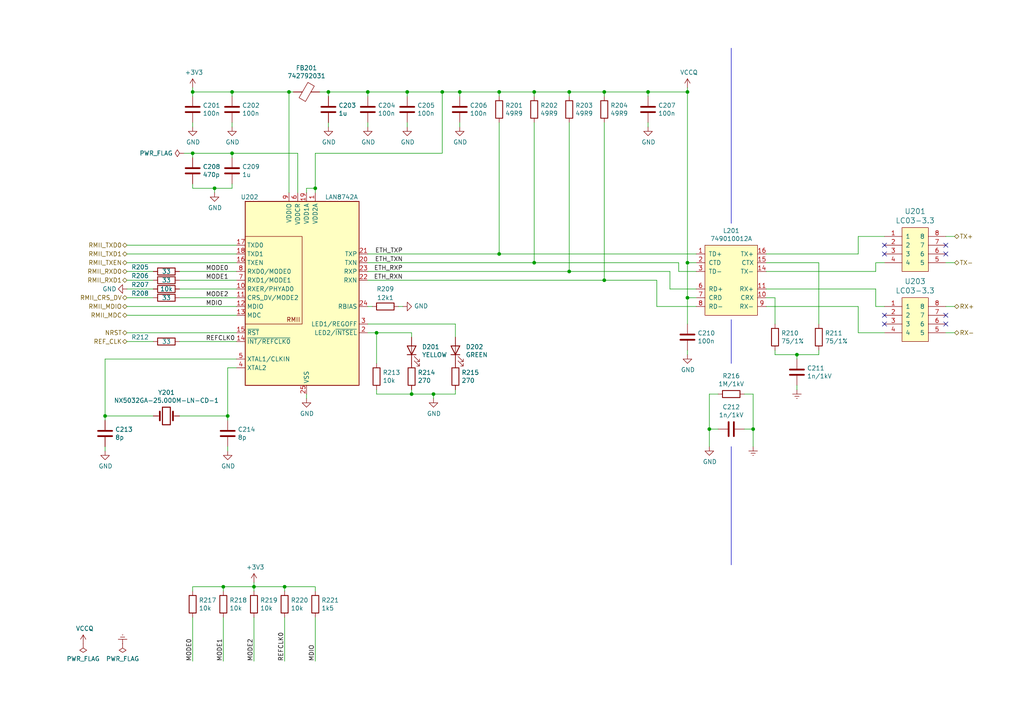
<source format=kicad_sch>
(kicad_sch (version 20231120) (generator "eeschema") (generator_version "8.0")
  (paper "A4")
  (title_block (title "Ethernet") (date "2020-03-07") (rev "1.0"))
  (lib_symbols
    (symbol "Device:C" (pin_numbers hide) (pin_names (offset 0.254))
      (property "Reference" "C" (at 0.635 2.54 0))
      (property "Value" "C" (at 0.635 -2.54 0))
      (symbol "C_0_1"
        (polyline (pts (xy -2.032 -0.762) (xy 2.032 -0.762)) (stroke (width 0.508)))
        (polyline (pts (xy -2.032 0.762) (xy 2.032 0.762)) (stroke (width 0.508)))
      )
      (symbol "C_1_1"
        (pin passive line (at 0 3.81 270) (length 2.794) (name "~") (number "1"))
        (pin passive line (at 0 -3.81 90) (length 2.794) (name "~") (number "2"))
      )
    )
    (symbol "Device:Crystal" (pin_numbers hide) (pin_names (offset 1.016) hide)
      (property "Reference" "Y" (at 0 3.81 0))
      (property "Value" "Crystal" (at 0 -3.81 0))
      (symbol "Crystal_0_1"
        (rectangle (start -1.143 2.54) (end 1.143 -2.54) (stroke (width 0.3048)))
        (polyline (pts (xy -2.54 0) (xy -1.905 0)))
        (polyline (pts (xy -1.905 -1.27) (xy -1.905 1.27)) (stroke (width 0.508)))
        (polyline (pts (xy 1.905 -1.27) (xy 1.905 1.27)) (stroke (width 0.508)))
        (polyline (pts (xy 2.54 0) (xy 1.905 0)))
      )
      (symbol "Crystal_1_1"
        (pin passive line (at -3.81 0 0) (length 1.27) (name "1") (number "1"))
        (pin passive line (at 3.81 0 180) (length 1.27) (name "2") (number "2"))
      )
    )
    (symbol "Device:Ferrite_Bead" (pin_numbers hide) (pin_names (offset 0))
      (property "Reference" "FB" (at -3.81 0.635 90))
      (property "Value" "Device_Ferrite_Bead" (at 3.81 0 90))
      (symbol "Ferrite_Bead_0_1"
        (polyline (pts (xy 0 -1.27) (xy 0 -1.2192)))
        (polyline (pts (xy 0 1.27) (xy 0 1.2954)))
        (polyline (pts (xy -2.7686 0.4064) (xy -1.7018 2.2606) (xy 2.7686 -0.3048) (xy 1.6764 -2.159) (xy -2.7686 0.4064)))
      )
      (symbol "Ferrite_Bead_1_1"
        (pin passive line (at 0 3.81 270) (length 2.54) (name "~") (number "1"))
        (pin passive line (at 0 -3.81 90) (length 2.54) (name "~") (number "2"))
      )
    )
    (symbol "Device:LED" (pin_numbers hide) (pin_names (offset 1.016) hide)
      (property "Reference" "D" (at 0 2.54 0))
      (property "Value" "LED" (at 0 -2.54 0))
      (symbol "LED_0_1"
        (polyline (pts (xy -1.27 -1.27) (xy -1.27 1.27)) (stroke (width 0.254)))
        (polyline (pts (xy -1.27 0) (xy 1.27 0)))
        (polyline (pts (xy 1.27 -1.27) (xy 1.27 1.27) (xy -1.27 0) (xy 1.27 -1.27)) (stroke (width 0.254)))
        (polyline (pts (xy -3.048 -0.762) (xy -4.572 -2.286) (xy -3.81 -2.286) (xy -4.572 -2.286) (xy -4.572 -1.524)))
        (polyline (pts (xy -1.778 -0.762) (xy -3.302 -2.286) (xy -2.54 -2.286) (xy -3.302 -2.286) (xy -3.302 -1.524)))
      )
      (symbol "LED_1_1"
        (pin passive line (at -3.81 0 0) (length 2.54) (name "K") (number "1"))
        (pin passive line (at 3.81 0 180) (length 2.54) (name "A") (number "2"))
      )
    )
    (symbol "Device:R" (pin_numbers hide) (pin_names (offset 0))
      (property "Reference" "R" (at 2.032 0 90))
      (property "Value" "R" (at 0 0 90))
      (symbol "R_0_1"
        (rectangle (start -1.016 -2.54) (end 1.016 2.54) (stroke (width 0.254)))
      )
      (symbol "R_1_1"
        (pin passive line (at 0 3.81 270) (length 1.27) (name "~") (number "1"))
        (pin passive line (at 0 -3.81 90) (length 1.27) (name "~") (number "2"))
      )
    )
    (symbol "ETH1CLCR2:749010012A" (pin_names (offset 1.016))
      (property "Reference" "L" (at 0 13.97 0))
      (property "Value" "749010012A" (at 0 11.43 0))
      (symbol "749010012A_0_1"
        (rectangle (start -7.62 10.16) (end 7.62 -10.16) (fill (type background)))
      )
      (symbol "749010012A_1_1"
        (pin bidirectional line (at -10.16 7.62 0) (length 2.54) (name "TD+") (number "1"))
        (pin bidirectional line (at 10.16 -5.08 180) (length 2.54) (name "CRX") (number "10"))
        (pin bidirectional line (at 10.16 -2.54 180) (length 2.54) (name "RX+") (number "11"))
        (pin bidirectional line (at 10.16 2.54 180) (length 2.54) (name "TX-") (number "14"))
        (pin bidirectional line (at 10.16 5.08 180) (length 2.54) (name "CTX") (number "15"))
        (pin bidirectional line (at 10.16 7.62 180) (length 2.54) (name "TX+") (number "16"))
        (pin passive line (at -10.16 5.08 0) (length 2.54) (name "CTD") (number "2"))
        (pin bidirectional line (at -10.16 2.54 0) (length 2.54) (name "TD-") (number "3"))
        (pin bidirectional line (at -10.16 -2.54 0) (length 2.54) (name "RD+") (number "6"))
        (pin passive line (at -10.16 -5.08 0) (length 2.54) (name "CRD") (number "7"))
        (pin bidirectional line (at -10.16 -7.62 0) (length 2.54) (name "RD-") (number "8"))
        (pin bidirectional line (at 10.16 -7.62 180) (length 2.54) (name "RX-") (number "9"))
      )
    )
    (symbol "ETH1CLCR2:LAN8742"
      (property "Reference" "U" (at -13.97 29.21 0))
      (property "Value" "LAN8742" (at 15.24 29.21 0))
      (symbol "LAN8742_0_0"
        (text "RMII" (at -3.81 -6.35 0) (effects (font (size 1.27 1.27))))
      )
      (symbol "LAN8742_0_1"
        (rectangle (start -17.78 17.78) (end -1.27 -7.62))
        (rectangle (start -17.78 27.94) (end 15.24 -25.4) (stroke (width 0.254)) (fill (type background)))
      )
      (symbol "LAN8742_1_1"
        (pin power_in line (at 2.54 30.48 270) (length 2.54) (name "VDD2A") (number "1"))
        (pin output line (at -20.32 2.54 0) (length 2.54) (name "RXER/PHYAD0") (number "10"))
        (pin output line (at -20.32 0 0) (length 2.54) (name "CRS_DV/MODE2") (number "11"))
        (pin bidirectional line (at -20.32 -2.54 0) (length 2.54) (name "MDIO") (number "12"))
        (pin input line (at -20.32 -5.08 0) (length 2.54) (name "MDC") (number "13"))
        (pin output line (at -20.32 -12.7 0) (length 2.54) (name "~{INT/REFCLK0}") (number "14"))
        (pin input line (at -20.32 -10.16 0) (length 2.54) (name "~{RST}") (number "15"))
        (pin input line (at -20.32 10.16 0) (length 2.54) (name "TXEN") (number "16"))
        (pin input line (at -20.32 15.24 0) (length 2.54) (name "TXD0") (number "17"))
        (pin input line (at -20.32 12.7 0) (length 2.54) (name "TXD1") (number "18"))
        (pin power_in line (at 0 30.48 270) (length 2.54) (name "VDD1A") (number "19"))
        (pin bidirectional line (at 17.78 -10.16 180) (length 2.54) (name "LED2/~{INTSEL}") (number "2"))
        (pin output line (at 17.78 10.16 180) (length 2.54) (name "TXN") (number "20"))
        (pin output line (at 17.78 12.7 180) (length 2.54) (name "TXP") (number "21"))
        (pin output line (at 17.78 5.08 180) (length 2.54) (name "RXN") (number "22"))
        (pin output line (at 17.78 7.62 180) (length 2.54) (name "RXP") (number "23"))
        (pin input line (at 17.78 -2.54 180) (length 2.54) (name "RBIAS") (number "24"))
        (pin passive line (at 0 -27.94 90) (length 2.54) (name "VSS") (number "25"))
        (pin bidirectional line (at 17.78 -7.62 180) (length 2.54) (name "LED1/REGOFF") (number "3"))
        (pin passive line (at -20.32 -20.32 0) (length 2.54) (name "XTAL2") (number "4"))
        (pin passive line (at -20.32 -17.78 0) (length 2.54) (name "XTAL1/CLKIN") (number "5"))
        (pin power_in line (at -2.54 30.48 270) (length 2.54) (name "VDDCR") (number "6"))
        (pin output line (at -20.32 5.08 0) (length 2.54) (name "RXD1/MODE1") (number "7"))
        (pin output line (at -20.32 7.62 0) (length 2.54) (name "RXD0/MODE0") (number "8"))
        (pin power_in line (at -5.08 30.48 270) (length 2.54) (name "VDDIO") (number "9"))
      )
    )
    (symbol "ETH1CLCR2:LC03-3.3" (pin_names (offset 1.016))
      (property "Reference" "U" (at -2.54 7.62 0))
      (property "Value" "LC03-3.3" (at 0 -8.255 0))
      (symbol "LC03-3.3_0_1"
        (rectangle (start -3.81 6.35) (end 3.81 -6.35) (fill (type background)))
        (rectangle (start 3.81 -6.35) (end 3.81 -6.35))
      )
      (symbol "LC03-3.3_1_1"
        (pin bidirectional line (at -8.89 3.81 0) (length 5.08) (name "1") (number "1"))
        (pin bidirectional line (at -8.89 1.27 0) (length 5.08) (name "2") (number "2"))
        (pin bidirectional line (at -8.89 -1.27 0) (length 5.08) (name "3") (number "3"))
        (pin bidirectional line (at -8.89 -3.81 0) (length 5.08) (name "4") (number "4"))
        (pin bidirectional line (at 8.89 -3.81 180) (length 5.08) (name "5") (number "5"))
        (pin bidirectional line (at 8.89 -1.27 180) (length 5.08) (name "6") (number "6"))
        (pin bidirectional line (at 8.89 1.27 180) (length 5.08) (name "7") (number "7"))
        (pin bidirectional line (at 8.89 3.81 180) (length 5.08) (name "8") (number "8"))
      )
    )
    (symbol "power:+3.3V" (power) (pin_names (offset 0))
      (property "Value" "+3.3V" (at 0 3.556 0))
      (symbol "+3.3V_0_1"
        (polyline (pts (xy -0.762 1.27) (xy 0 2.54)))
        (polyline (pts (xy 0 0) (xy 0 2.54)))
        (polyline (pts (xy 0 2.54) (xy 0.762 1.27)))
      )
      (symbol "+3.3V_1_1"
        (pin power_in line (at 0 0 90) (length 0) hide (name "+3V3") (number "1"))
      )
    )
    (symbol "power:Earth" (power) (pin_names (offset 0))
      (symbol "Earth_0_1"
        (polyline (pts (xy -0.635 -1.905) (xy 0.635 -1.905)))
        (polyline (pts (xy -0.127 -2.54) (xy 0.127 -2.54)))
        (polyline (pts (xy 0 -1.27) (xy 0 0)))
        (polyline (pts (xy 1.27 -1.27) (xy -1.27 -1.27)))
      )
      (symbol "Earth_1_1"
        (pin power_in line (at 0 0 270) (length 0) hide (name "Earth") (number "1"))
      )
    )
    (symbol "power:GND" (power) (pin_names (offset 0))
      (property "Value" "GND" (at 0 -3.81 0))
      (symbol "GND_0_1"
        (polyline (pts (xy 0 0) (xy 0 -1.27) (xy 1.27 -1.27) (xy 0 -2.54) (xy -1.27 -1.27) (xy 0 -1.27)))
      )
      (symbol "GND_1_1"
        (pin power_in line (at 0 0 270) (length 0) hide (name "GND") (number "1"))
      )
    )
    (symbol "power:PWR_FLAG" (power) (pin_numbers hide) (pin_names (offset 0) hide)
      (property "Value" "PWR_FLAG" (at 0 3.81 0))
      (symbol "PWR_FLAG_0_0"
        (pin power_out line (at 0 0 90) (length 0) (name "pwr") (number "1"))
      )
      (symbol "PWR_FLAG_0_1"
        (polyline (pts (xy 0 0) (xy 0 1.27) (xy -1.016 1.905) (xy 0 2.54) (xy 1.016 1.905) (xy 0 1.27)))
      )
    )
    (symbol "power:VCCQ" (power) (pin_names (offset 0))
      (property "Value" "VCCQ" (at 0 3.81 0))
      (symbol "VCCQ_0_1"
        (polyline (pts (xy -0.762 1.27) (xy 0 2.54)))
        (polyline (pts (xy 0 0) (xy 0 2.54)))
        (polyline (pts (xy 0 2.54) (xy 0.762 1.27)))
      )
      (symbol "VCCQ_1_1"
        (pin power_in line (at 0 0 90) (length 0) hide (name "VCCQ") (number "1"))
      )
    )
  )
  (junction (at 125.73 114.3))
  (junction (at 133.35 26.67))
  (junction (at 154.94 26.67))
  (junction (at 73.66 170.18))
  (junction (at 175.26 81.28))
  (junction (at 199.39 26.67))
  (junction (at 106.68 26.67))
  (junction (at 175.26 26.67))
  (junction (at 67.31 26.67))
  (junction (at 62.23 54.61))
  (junction (at 66.04 120.65))
  (junction (at 231.14 102.87))
  (junction (at 199.39 86.36))
  (junction (at 128.27 26.67))
  (junction (at 119.38 114.3))
  (junction (at 64.77 170.18))
  (junction (at 55.88 44.45))
  (junction (at 187.96 26.67))
  (junction (at 118.11 26.67))
  (junction (at 218.44 124.46))
  (junction (at 83.82 26.67))
  (junction (at 165.1 78.74))
  (junction (at 95.25 26.67))
  (junction (at 205.74 124.46))
  (junction (at 144.78 73.66))
  (junction (at 199.39 76.2))
  (junction (at 82.55 170.18))
  (junction (at 67.31 44.45))
  (junction (at 165.1 26.67))
  (junction (at 109.22 96.52))
  (junction (at 91.44 54.61))
  (junction (at 144.78 26.67))
  (junction (at 55.88 26.67))
  (junction (at 30.48 120.65))
  (junction (at 154.94 76.2))
  (no_connect (at 256.54 93.98))
  (no_connect (at 274.32 73.66))
  (no_connect (at 274.32 71.12))
  (no_connect (at 256.54 91.44))
  (no_connect (at 256.54 73.66))
  (no_connect (at 274.32 93.98))
  (no_connect (at 256.54 71.12))
  (no_connect (at 274.32 91.44))
  (wire (pts (xy 190.5 88.9) (xy 201.93 88.9)))
  (wire (pts (xy 222.25 83.82) (xy 254 83.82)))
  (wire (pts (xy 106.68 96.52) (xy 109.22 96.52)))
  (wire (pts (xy 222.25 73.66) (xy 248.92 73.66)))
  (wire (pts (xy 83.82 26.67) (xy 85.09 26.67)))
  (wire (pts (xy 30.48 120.65) (xy 44.45 120.65)))
  (wire (pts (xy 36.83 99.06) (xy 44.45 99.06)))
  (wire (pts (xy 36.83 73.66) (xy 68.58 73.66)))
  (wire (pts (xy 224.79 93.98) (xy 224.79 86.36)))
  (wire (pts (xy 55.88 179.07) (xy 55.88 191.77)))
  (wire (pts (xy 165.1 27.94) (xy 165.1 26.67)))
  (wire (pts (xy 52.07 99.06) (xy 68.58 99.06)))
  (wire (pts (xy 175.26 81.28) (xy 190.5 81.28)))
  (wire (pts (xy 116.84 88.9) (xy 115.57 88.9)))
  (wire (pts (xy 215.9 114.3) (xy 218.44 114.3)))
  (wire (pts (xy 55.88 26.67) (xy 67.31 26.67)))
  (wire (pts (xy 55.88 44.45) (xy 67.31 44.45)))
  (wire (pts (xy 82.55 170.18) (xy 73.66 170.18)))
  (wire (pts (xy 119.38 114.3) (xy 125.73 114.3)))
  (wire (pts (xy 237.49 76.2) (xy 222.25 76.2)))
  (wire (pts (xy 30.48 121.92) (xy 30.48 120.65)))
  (wire (pts (xy 36.83 96.52) (xy 68.58 96.52)))
  (wire (pts (xy 205.74 124.46) (xy 208.28 124.46)))
  (wire (pts (xy 67.31 54.61) (xy 67.31 53.34)))
  (wire (pts (xy 128.27 26.67) (xy 133.35 26.67)))
  (wire (pts (xy 106.68 27.94) (xy 106.68 26.67)))
  (wire (pts (xy 144.78 27.94) (xy 144.78 26.67)))
  (wire (pts (xy 218.44 124.46) (xy 215.9 124.46)))
  (wire (pts (xy 125.73 115.57) (xy 125.73 114.3)))
  (wire (pts (xy 248.92 88.9) (xy 248.92 96.52)))
  (wire (pts (xy 106.68 93.98) (xy 132.08 93.98)))
  (wire (pts (xy 144.78 73.66) (xy 201.93 73.66)))
  (wire (pts (xy 196.85 78.74) (xy 201.93 78.74)))
  (wire (pts (xy 52.07 120.65) (xy 66.04 120.65)))
  (wire (pts (xy 52.07 86.36) (xy 68.58 86.36)))
  (wire (pts (xy 44.45 78.74) (xy 36.83 78.74)))
  (wire (pts (xy 224.79 102.87) (xy 231.14 102.87)))
  (wire (pts (xy 67.31 36.83) (xy 67.31 35.56)))
  (wire (pts (xy 66.04 121.92) (xy 66.04 120.65)))
  (wire (pts (xy 274.32 88.9) (xy 276.86 88.9)))
  (wire (pts (xy 133.35 26.67) (xy 144.78 26.67)))
  (wire (pts (xy 107.95 88.9) (xy 106.68 88.9)))
  (wire (pts (xy 36.83 76.2) (xy 68.58 76.2)))
  (wire (pts (xy 88.9 115.57) (xy 88.9 114.3)))
  (wire (pts (xy 231.14 104.14) (xy 231.14 102.87)))
  (wire (pts (xy 218.44 114.3) (xy 218.44 124.46)))
  (wire (pts (xy 82.55 179.07) (xy 82.55 191.77)))
  (wire (pts (xy 222.25 78.74) (xy 254 78.74)))
  (wire (pts (xy 218.44 129.54) (xy 218.44 124.46)))
  (wire (pts (xy 194.31 83.82) (xy 201.93 83.82)))
  (wire (pts (xy 118.11 26.67) (xy 106.68 26.67)))
  (wire (pts (xy 144.78 26.67) (xy 154.94 26.67)))
  (wire (pts (xy 199.39 102.87) (xy 199.39 101.6)))
  (wire (pts (xy 36.83 81.28) (xy 44.45 81.28)))
  (wire (pts (xy 254 76.2) (xy 256.54 76.2)))
  (wire (pts (xy 254 88.9) (xy 256.54 88.9)))
  (wire (pts (xy 64.77 171.45) (xy 64.77 170.18)))
  (wire (pts (xy 187.96 36.83) (xy 187.96 35.56)))
  (wire (pts (xy 132.08 114.3) (xy 132.08 113.03)))
  (wire (pts (xy 55.88 27.94) (xy 55.88 26.67)))
  (wire (pts (xy 73.66 168.91) (xy 73.66 170.18)))
  (wire (pts (xy 119.38 114.3) (xy 109.22 114.3)))
  (polyline (pts (xy 212.09 105.41) (xy 212.09 92.71)))
  (wire (pts (xy 274.32 68.58) (xy 276.86 68.58)))
  (wire (pts (xy 175.26 35.56) (xy 175.26 81.28)))
  (wire (pts (xy 106.68 78.74) (xy 165.1 78.74)))
  (wire (pts (xy 88.9 54.61) (xy 91.44 54.61)))
  (polyline (pts (xy 212.09 64.77) (xy 212.09 13.97)))
  (wire (pts (xy 196.85 76.2) (xy 196.85 78.74)))
  (wire (pts (xy 274.32 96.52) (xy 276.86 96.52)))
  (wire (pts (xy 119.38 97.79) (xy 119.38 96.52)))
  (wire (pts (xy 67.31 45.72) (xy 67.31 44.45)))
  (wire (pts (xy 231.14 111.76) (xy 231.14 113.03)))
  (wire (pts (xy 222.25 88.9) (xy 248.92 88.9)))
  (wire (pts (xy 109.22 105.41) (xy 109.22 96.52)))
  (wire (pts (xy 154.94 26.67) (xy 165.1 26.67)))
  (wire (pts (xy 66.04 120.65) (xy 66.04 106.68)))
  (wire (pts (xy 199.39 93.98) (xy 199.39 86.36)))
  (wire (pts (xy 254 83.82) (xy 254 88.9)))
  (wire (pts (xy 91.44 170.18) (xy 82.55 170.18)))
  (polyline (pts (xy 212.09 163.83) (xy 212.09 129.54)))
  (wire (pts (xy 237.49 102.87) (xy 237.49 101.6)))
  (wire (pts (xy 194.31 78.74) (xy 194.31 83.82)))
  (wire (pts (xy 55.88 54.61) (xy 62.23 54.61)))
  (wire (pts (xy 190.5 81.28) (xy 190.5 88.9)))
  (wire (pts (xy 55.88 170.18) (xy 64.77 170.18)))
  (wire (pts (xy 67.31 44.45) (xy 86.36 44.45)))
  (wire (pts (xy 106.68 73.66) (xy 144.78 73.66)))
  (wire (pts (xy 52.07 81.28) (xy 68.58 81.28)))
  (wire (pts (xy 62.23 54.61) (xy 67.31 54.61)))
  (wire (pts (xy 95.25 27.94) (xy 95.25 26.67)))
  (wire (pts (xy 109.22 114.3) (xy 109.22 113.03)))
  (wire (pts (xy 62.23 55.88) (xy 62.23 54.61)))
  (wire (pts (xy 248.92 96.52) (xy 256.54 96.52)))
  (wire (pts (xy 64.77 170.18) (xy 73.66 170.18)))
  (wire (pts (xy 187.96 26.67) (xy 199.39 26.67)))
  (wire (pts (xy 36.83 88.9) (xy 68.58 88.9)))
  (wire (pts (xy 30.48 104.14) (xy 30.48 120.65)))
  (wire (pts (xy 274.32 76.2) (xy 276.86 76.2)))
  (wire (pts (xy 154.94 35.56) (xy 154.94 76.2)))
  (wire (pts (xy 66.04 106.68) (xy 68.58 106.68)))
  (wire (pts (xy 224.79 86.36) (xy 222.25 86.36)))
  (wire (pts (xy 91.44 54.61) (xy 91.44 55.88)))
  (wire (pts (xy 73.66 179.07) (xy 73.66 191.77)))
  (wire (pts (xy 83.82 55.88) (xy 83.82 26.67)))
  (wire (pts (xy 128.27 44.45) (xy 128.27 26.67)))
  (wire (pts (xy 82.55 171.45) (xy 82.55 170.18)))
  (wire (pts (xy 55.88 53.34) (xy 55.88 54.61)))
  (wire (pts (xy 165.1 35.56) (xy 165.1 78.74)))
  (wire (pts (xy 119.38 113.03) (xy 119.38 114.3)))
  (wire (pts (xy 55.88 44.45) (xy 55.88 45.72)))
  (wire (pts (xy 91.44 44.45) (xy 128.27 44.45)))
  (wire (pts (xy 106.68 81.28) (xy 175.26 81.28)))
  (wire (pts (xy 30.48 129.54) (xy 30.48 130.81)))
  (wire (pts (xy 132.08 97.79) (xy 132.08 93.98)))
  (wire (pts (xy 55.88 171.45) (xy 55.88 170.18)))
  (wire (pts (xy 231.14 102.87) (xy 237.49 102.87)))
  (wire (pts (xy 95.25 26.67) (xy 92.71 26.67)))
  (wire (pts (xy 91.44 179.07) (xy 91.44 191.77)))
  (wire (pts (xy 67.31 26.67) (xy 83.82 26.67)))
  (wire (pts (xy 73.66 170.18) (xy 73.66 171.45)))
  (wire (pts (xy 64.77 179.07) (xy 64.77 191.77)))
  (wire (pts (xy 199.39 76.2) (xy 201.93 76.2)))
  (wire (pts (xy 237.49 93.98) (xy 237.49 76.2)))
  (wire (pts (xy 165.1 78.74) (xy 194.31 78.74)))
  (wire (pts (xy 144.78 35.56) (xy 144.78 73.66)))
  (wire (pts (xy 199.39 86.36) (xy 199.39 76.2)))
  (wire (pts (xy 91.44 171.45) (xy 91.44 170.18)))
  (wire (pts (xy 67.31 27.94) (xy 67.31 26.67)))
  (wire (pts (xy 91.44 54.61) (xy 91.44 44.45)))
  (wire (pts (xy 254 78.74) (xy 254 76.2)))
  (wire (pts (xy 36.83 91.44) (xy 68.58 91.44)))
  (wire (pts (xy 154.94 76.2) (xy 196.85 76.2)))
  (wire (pts (xy 66.04 130.81) (xy 66.04 129.54)))
  (wire (pts (xy 118.11 36.83) (xy 118.11 35.56)))
  (wire (pts (xy 55.88 36.83) (xy 55.88 35.56)))
  (wire (pts (xy 52.07 83.82) (xy 68.58 83.82)))
  (wire (pts (xy 106.68 36.83) (xy 106.68 35.56)))
  (wire (pts (xy 175.26 26.67) (xy 187.96 26.67)))
  (wire (pts (xy 55.88 25.4) (xy 55.88 26.67)))
  (wire (pts (xy 36.83 83.82) (xy 44.45 83.82)))
  (wire (pts (xy 125.73 114.3) (xy 132.08 114.3)))
  (wire (pts (xy 53.34 44.45) (xy 55.88 44.45)))
  (wire (pts (xy 165.1 26.67) (xy 175.26 26.67)))
  (wire (pts (xy 187.96 27.94) (xy 187.96 26.67)))
  (wire (pts (xy 199.39 25.4) (xy 199.39 26.67)))
  (wire (pts (xy 205.74 114.3) (xy 205.74 124.46)))
  (wire (pts (xy 36.83 71.12) (xy 68.58 71.12)))
  (wire (pts (xy 248.92 68.58) (xy 256.54 68.58)))
  (wire (pts (xy 208.28 114.3) (xy 205.74 114.3)))
  (wire (pts (xy 106.68 76.2) (xy 154.94 76.2)))
  (wire (pts (xy 133.35 36.83) (xy 133.35 35.56)))
  (wire (pts (xy 68.58 104.14) (xy 30.48 104.14)))
  (wire (pts (xy 205.74 129.54) (xy 205.74 124.46)))
  (wire (pts (xy 109.22 96.52) (xy 119.38 96.52)))
  (wire (pts (xy 154.94 27.94) (xy 154.94 26.67)))
  (wire (pts (xy 95.25 36.83) (xy 95.25 35.56)))
  (wire (pts (xy 88.9 55.88) (xy 88.9 54.61)))
  (wire (pts (xy 52.07 78.74) (xy 68.58 78.74)))
  (wire (pts (xy 36.83 86.36) (xy 44.45 86.36)))
  (wire (pts (xy 118.11 27.94) (xy 118.11 26.67)))
  (wire (pts (xy 199.39 86.36) (xy 201.93 86.36)))
  (wire (pts (xy 86.36 44.45) (xy 86.36 55.88)))
  (wire (pts (xy 224.79 101.6) (xy 224.79 102.87)))
  (wire (pts (xy 175.26 27.94) (xy 175.26 26.67)))
  (wire (pts (xy 248.92 73.66) (xy 248.92 68.58)))
  (wire (pts (xy 128.27 26.67) (xy 118.11 26.67)))
  (wire (pts (xy 106.68 26.67) (xy 95.25 26.67)))
  (wire (pts (xy 133.35 27.94) (xy 133.35 26.67)))
  (wire (pts (xy 199.39 26.67) (xy 199.39 76.2)))
  (label "ETH_RXP" (at 116.84 78.74 180))
  (label "MDIO" (at 91.44 191.77 90))
  (label "REFCLK0" (at 82.55 191.77 90))
  (label "MODE1" (at 59.69 81.28 0))
  (label "MODE2" (at 59.69 86.36 0))
  (label "MDIO" (at 59.69 88.9 0))
  (label "ETH_RXN" (at 116.84 81.28 180))
  (label "MODE1" (at 64.77 191.77 90))
  (label "MODE0" (at 55.88 191.77 90))
  (label "ETH_TXN" (at 116.84 76.2 180))
  (label "MODE2" (at 73.66 191.77 90))
  (label "REFCLK0" (at 59.69 99.06 0))
  (label "ETH_TXP" (at 116.84 73.66 180))
  (label "MODE0" (at 59.69 78.74 0))
  (hierarchical_label "REF_CLK" (shape bidirectional) (at 36.83 99.06 180))
  (hierarchical_label "RMII_MDC" (shape bidirectional) (at 36.83 91.44 180))
  (hierarchical_label "RMII_TXEN" (shape bidirectional) (at 36.83 76.2 180))
  (hierarchical_label "RX-" (shape bidirectional) (at 276.86 96.52 0))
  (hierarchical_label "RMII_CRS_DV" (shape bidirectional) (at 36.83 86.36 180))
  (hierarchical_label "NRST" (shape bidirectional) (at 36.83 96.52 180))
  (hierarchical_label "RMII_TXD1" (shape bidirectional) (at 36.83 73.66 180))
  (hierarchical_label "TX-" (shape bidirectional) (at 276.86 76.2 0))
  (hierarchical_label "TX+" (shape bidirectional) (at 276.86 68.58 0))
  (hierarchical_label "RMII_TXD0" (shape bidirectional) (at 36.83 71.12 180))
  (hierarchical_label "RX+" (shape bidirectional) (at 276.86 88.9 0))
  (hierarchical_label "RMII_RXD0" (shape bidirectional) (at 36.83 78.74 180))
  (hierarchical_label "RMII_RXD1" (shape bidirectional) (at 36.83 81.28 180))
  (hierarchical_label "RMII_MDIO" (shape bidirectional) (at 36.83 88.9 180))
  (symbol (lib_id "ETH1CLCR2:LAN8742") (at 88.9 86.36 0) (unit 1)
    (property "Reference" "U202" (at 72.39 57.15 0))
    (property "Value" "LAN8742A" (at 99.06 57.15 0))
    (property "Footprint" "Package_DFN_QFN:QFN-24-1EP_4x4mm_P0.5mm_EP2.6x2.6mm_ThermalVias" (effects (hide yes)))
    (property "Datasheet" "http://ww1.microchip.com/downloads/en/DeviceDoc/8720a.pdf" (effects (hide yes)))
  )
  (symbol (lib_id "Device:R") (at 111.76 88.9 270) (unit 1)
    (property "Reference" "R209" (at 111.76 83.82 90))
    (property "Value" "12k1" (at 111.76 86.36 90))
    (property "Footprint" "Resistor_SMD:R_0603_1608Metric_Pad0.98x0.95mm_HandSolder" (effects (hide yes)))
  )
  (symbol (lib_id "Device:LED") (at 119.38 101.6 90) (unit 1)
    (property "Reference" "D201" (at 122.3772 100.6094 90) (effects (justify right)))
    (property "Value" "YELLOW" (at 122.3772 102.9208 90) (effects (justify right)))
    (property "Footprint" "LED_SMD:LED_0603_1608Metric_Pad1.05x0.95mm_HandSolder" (effects (hide yes)))
  )
  (symbol (lib_id "Device:LED") (at 132.08 101.6 90) (unit 1)
    (property "Reference" "D202" (at 135.0772 100.6094 90) (effects (justify right)))
    (property "Value" "GREEN" (at 135.0772 102.9208 90) (effects (justify right)))
    (property "Footprint" "LED_SMD:LED_0603_1608Metric_Pad1.05x0.95mm_HandSolder" (effects (hide yes)))
  )
  (symbol (lib_id "Device:R") (at 119.38 109.22 0) (unit 1)
    (property "Reference" "R214" (at 121.158 108.0516 0) (effects (justify left)))
    (property "Value" "270" (at 121.158 110.363 0) (effects (justify left)))
    (property "Footprint" "Resistor_SMD:R_0603_1608Metric_Pad0.98x0.95mm_HandSolder" (effects (hide yes)))
  )
  (symbol (lib_id "Device:R") (at 132.08 109.22 0) (unit 1)
    (property "Reference" "R215" (at 133.858 108.0516 0) (effects (justify left)))
    (property "Value" "270" (at 133.858 110.363 0) (effects (justify left)))
    (property "Footprint" "Resistor_SMD:R_0603_1608Metric_Pad0.98x0.95mm_HandSolder" (effects (hide yes)))
  )
  (symbol (lib_id "Device:C") (at 55.88 49.53 0) (unit 1)
    (property "Reference" "C208" (at 58.801 48.3616 0) (effects (justify left)))
    (property "Value" "470p" (at 58.801 50.673 0) (effects (justify left)))
    (property "Footprint" "Capacitor_SMD:C_0603_1608Metric_Pad1.08x0.95mm_HandSolder" (effects (hide yes)))
  )
  (symbol (lib_id "Device:C") (at 67.31 49.53 0) (unit 1)
    (property "Reference" "C209" (at 70.231 48.3616 0) (effects (justify left)))
    (property "Value" "1u" (at 70.231 50.673 0) (effects (justify left)))
    (property "Footprint" "Capacitor_SMD:C_0603_1608Metric_Pad1.08x0.95mm_HandSolder" (effects (hide yes)))
  )
  (symbol (lib_id "power:PWR_FLAG") (at 53.34 44.45 90) (unit 1)
    (property "Reference" "#FLG0201" (effects (hide yes)))
    (property "Value" "PWR_FLAG" (at 50.1142 44.45 90) (effects (justify left)))
  )
  (symbol (lib_id "ETH1CLCR2:749010012A") (at 212.09 81.28 0) (unit 1)
    (property "Reference" "L201" (at 212.09 66.929 0))
    (property "Value" "749010012A" (at 212.09 69.2404 0))
    (property "Footprint" "ETH1CLCR2:749010012A" (effects (hide yes)))
  )
  (symbol (lib_id "Device:C") (at 199.39 97.79 0) (unit 1)
    (property "Reference" "C210" (at 202.311 96.6216 0) (effects (justify left)))
    (property "Value" "100n" (at 202.311 98.933 0) (effects (justify left)))
    (property "Footprint" "Capacitor_SMD:C_0603_1608Metric_Pad1.08x0.95mm_HandSolder" (effects (hide yes)))
  )
  (symbol (lib_id "Device:R") (at 224.79 97.79 0) (unit 1)
    (property "Reference" "R210" (at 226.568 96.6216 0) (effects (justify left)))
    (property "Value" "75/1%" (at 226.568 98.933 0) (effects (justify left)))
    (property "Footprint" "Resistor_SMD:R_0603_1608Metric_Pad0.98x0.95mm_HandSolder" (effects (hide yes)))
  )
  (symbol (lib_id "Device:R") (at 237.49 97.79 0) (unit 1)
    (property "Reference" "R211" (at 239.268 96.6216 0) (effects (justify left)))
    (property "Value" "75/1%" (at 239.268 98.933 0) (effects (justify left)))
    (property "Footprint" "Resistor_SMD:R_0603_1608Metric_Pad0.98x0.95mm_HandSolder" (effects (hide yes)))
  )
  (symbol (lib_id "Device:C") (at 231.14 107.95 0) (unit 1)
    (property "Reference" "C211" (at 234.061 106.7816 0) (effects (justify left)))
    (property "Value" "1n/1kV" (at 234.061 109.093 0) (effects (justify left)))
    (property "Footprint" "Capacitor_SMD:C_1206_3216Metric_Pad1.33x1.80mm_HandSolder" (effects (hide yes)))
  )
  (symbol (lib_id "power:Earth") (at 231.14 113.03 0) (unit 1)
    (property "Reference" "#PWR0214" (effects (hide yes)))
    (property "Value" "Earth" (effects (hide yes)))
  )
  (symbol (lib_id "Device:R") (at 212.09 114.3 270) (unit 1)
    (property "Reference" "R216" (at 212.09 109.0422 90))
    (property "Value" "1M/1kV" (at 212.09 111.3536 90))
    (property "Footprint" "Resistor_SMD:R_1206_3216Metric_Pad1.30x1.75mm_HandSolder" (effects (hide yes)))
  )
  (symbol (lib_id "Device:C") (at 212.09 124.46 270) (unit 1)
    (property "Reference" "C212" (at 212.09 118.0592 90))
    (property "Value" "1n/1kV" (at 212.09 120.3706 90))
    (property "Footprint" "Capacitor_SMD:C_1206_3216Metric_Pad1.33x1.80mm_HandSolder" (effects (hide yes)))
  )
  (symbol (lib_id "power:Earth") (at 218.44 129.54 0) (unit 1)
    (property "Reference" "#PWR0218" (effects (hide yes)))
    (property "Value" "Earth" (effects (hide yes)))
  )
  (symbol (lib_id "ETH1CLCR2:LC03-3.3") (at 265.43 72.39 0) (unit 1)
    (property "Reference" "U201" (at 265.43 61.2902 0) (effects (font (size 1.524 1.524))))
    (property "Value" "LC03-3.3" (at 265.43 63.9826 0) (effects (font (size 1.524 1.524))))
    (property "Footprint" "ETH1CLCR2:SO8E" (effects (hide yes)))
  )
  (symbol (lib_id "ETH1CLCR2:LC03-3.3") (at 265.43 92.71 0) (unit 1)
    (property "Reference" "U203" (at 265.43 81.6102 0) (effects (font (size 1.524 1.524))))
    (property "Value" "LC03-3.3" (at 265.43 84.3026 0) (effects (font (size 1.524 1.524))))
    (property "Footprint" "ETH1CLCR2:SO8E" (effects (hide yes)))
  )
  (symbol (lib_id "Device:C") (at 55.88 31.75 0) (unit 1)
    (property "Reference" "C201" (at 58.801 30.5816 0) (effects (justify left)))
    (property "Value" "100n" (at 58.801 32.893 0) (effects (justify left)))
    (property "Footprint" "Capacitor_SMD:C_0603_1608Metric_Pad1.08x0.95mm_HandSolder" (effects (hide yes)))
  )
  (symbol (lib_id "Device:C") (at 67.31 31.75 0) (unit 1)
    (property "Reference" "C202" (at 70.231 30.5816 0) (effects (justify left)))
    (property "Value" "100n" (at 70.231 32.893 0) (effects (justify left)))
    (property "Footprint" "Capacitor_SMD:C_0603_1608Metric_Pad1.08x0.95mm_HandSolder" (effects (hide yes)))
  )
  (symbol (lib_id "Device:Ferrite_Bead") (at 88.9 26.67 270) (unit 1)
    (property "Reference" "FB201" (at 88.9 19.7104 90))
    (property "Value" "742792031" (at 88.9 22.0218 90))
    (property "Footprint" "Inductor_SMD:L_0805_2012Metric_Pad1.15x1.40mm_HandSolder" (effects (hide yes)))
  )
  (symbol (lib_id "Device:C") (at 95.25 31.75 0) (unit 1)
    (property "Reference" "C203" (at 98.171 30.5816 0) (effects (justify left)))
    (property "Value" "1u" (at 98.171 32.893 0) (effects (justify left)))
    (property "Footprint" "Capacitor_SMD:C_0603_1608Metric_Pad1.08x0.95mm_HandSolder" (effects (hide yes)))
  )
  (symbol (lib_id "Device:C") (at 106.68 31.75 0) (unit 1)
    (property "Reference" "C204" (at 109.601 30.5816 0) (effects (justify left)))
    (property "Value" "100n" (at 109.601 32.893 0) (effects (justify left)))
    (property "Footprint" "Capacitor_SMD:C_0603_1608Metric_Pad1.08x0.95mm_HandSolder" (effects (hide yes)))
  )
  (symbol (lib_id "Device:C") (at 118.11 31.75 0) (unit 1)
    (property "Reference" "C205" (at 121.031 30.5816 0) (effects (justify left)))
    (property "Value" "100n" (at 121.031 32.893 0) (effects (justify left)))
    (property "Footprint" "Capacitor_SMD:C_0603_1608Metric_Pad1.08x0.95mm_HandSolder" (effects (hide yes)))
  )
  (symbol (lib_id "Device:C") (at 133.35 31.75 0) (unit 1)
    (property "Reference" "C206" (at 136.271 30.5816 0) (effects (justify left)))
    (property "Value" "100n" (at 136.271 32.893 0) (effects (justify left)))
    (property "Footprint" "Capacitor_SMD:C_0603_1608Metric_Pad1.08x0.95mm_HandSolder" (effects (hide yes)))
  )
  (symbol (lib_id "Device:R") (at 144.78 31.75 0) (unit 1)
    (property "Reference" "R201" (at 146.558 30.5816 0) (effects (justify left)))
    (property "Value" "49R9" (at 146.558 32.893 0) (effects (justify left)))
    (property "Footprint" "Resistor_SMD:R_0603_1608Metric_Pad0.98x0.95mm_HandSolder" (effects (hide yes)))
  )
  (symbol (lib_id "Device:R") (at 154.94 31.75 0) (unit 1)
    (property "Reference" "R202" (at 156.718 30.5816 0) (effects (justify left)))
    (property "Value" "49R9" (at 156.718 32.893 0) (effects (justify left)))
    (property "Footprint" "Resistor_SMD:R_0603_1608Metric_Pad0.98x0.95mm_HandSolder" (effects (hide yes)))
  )
  (symbol (lib_id "Device:R") (at 165.1 31.75 0) (unit 1)
    (property "Reference" "R203" (at 166.878 30.5816 0) (effects (justify left)))
    (property "Value" "49R9" (at 166.878 32.893 0) (effects (justify left)))
    (property "Footprint" "Resistor_SMD:R_0603_1608Metric_Pad0.98x0.95mm_HandSolder" (effects (hide yes)))
  )
  (symbol (lib_id "Device:R") (at 175.26 31.75 0) (unit 1)
    (property "Reference" "R204" (at 177.038 30.5816 0) (effects (justify left)))
    (property "Value" "49R9" (at 177.038 32.893 0) (effects (justify left)))
    (property "Footprint" "Resistor_SMD:R_0603_1608Metric_Pad0.98x0.95mm_HandSolder" (effects (hide yes)))
  )
  (symbol (lib_id "Device:C") (at 187.96 31.75 0) (unit 1)
    (property "Reference" "C207" (at 190.881 30.5816 0) (effects (justify left)))
    (property "Value" "100n" (at 190.881 32.893 0) (effects (justify left)))
    (property "Footprint" "Capacitor_SMD:C_0603_1608Metric_Pad1.08x0.95mm_HandSolder" (effects (hide yes)))
  )
  (symbol (lib_id "Device:R") (at 109.22 109.22 0) (unit 1)
    (property "Reference" "R213" (at 110.998 108.0516 0) (effects (justify left)))
    (property "Value" "10k" (at 110.998 110.363 0) (effects (justify left)))
    (property "Footprint" "Resistor_SMD:R_0603_1608Metric_Pad0.98x0.95mm_HandSolder" (effects (hide yes)))
  )
  (symbol (lib_id "power:VCCQ") (at 199.39 25.4 0) (unit 1)
    (property "Reference" "#PWR0202" (effects (hide yes)))
    (property "Value" "VCCQ" (at 199.8218 21.0058 0))
  )
  (symbol (lib_id "Device:R") (at 55.88 175.26 0) (unit 1)
    (property "Reference" "R217" (at 57.658 174.0916 0) (effects (justify left)))
    (property "Value" "10k" (at 57.658 176.403 0) (effects (justify left)))
    (property "Footprint" "Resistor_SMD:R_0603_1608Metric_Pad0.98x0.95mm_HandSolder" (effects (hide yes)))
  )
  (symbol (lib_id "Device:R") (at 64.77 175.26 0) (unit 1)
    (property "Reference" "R218" (at 66.548 174.0916 0) (effects (justify left)))
    (property "Value" "10k" (at 66.548 176.403 0) (effects (justify left)))
    (property "Footprint" "Resistor_SMD:R_0603_1608Metric_Pad0.98x0.95mm_HandSolder" (effects (hide yes)))
  )
  (symbol (lib_id "Device:R") (at 73.66 175.26 0) (unit 1)
    (property "Reference" "R219" (at 75.438 174.0916 0) (effects (justify left)))
    (property "Value" "10k" (at 75.438 176.403 0) (effects (justify left)))
    (property "Footprint" "Resistor_SMD:R_0603_1608Metric_Pad0.98x0.95mm_HandSolder" (effects (hide yes)))
  )
  (symbol (lib_id "Device:R") (at 48.26 78.74 270) (unit 1)
    (property "Reference" "R205" (at 40.64 77.47 90))
    (property "Value" "33" (at 48.26 78.74 90))
    (property "Footprint" "Resistor_SMD:R_0603_1608Metric_Pad0.98x0.95mm_HandSolder" (effects (hide yes)))
  )
  (symbol (lib_id "Device:R") (at 48.26 81.28 270) (unit 1)
    (property "Reference" "R206" (at 40.64 80.01 90))
    (property "Value" "33" (at 48.26 81.28 90))
    (property "Footprint" "Resistor_SMD:R_0603_1608Metric_Pad0.98x0.95mm_HandSolder" (effects (hide yes)))
  )
  (symbol (lib_id "Device:R") (at 48.26 83.82 270) (unit 1)
    (property "Reference" "R207" (at 40.64 82.55 90))
    (property "Value" "10k" (at 48.26 83.82 90))
    (property "Footprint" "Resistor_SMD:R_0603_1608Metric_Pad0.98x0.95mm_HandSolder" (effects (hide yes)))
  )
  (symbol (lib_id "power:GND") (at 36.83 83.82 270) (unit 1)
    (property "Reference" "#PWR0211" (effects (hide yes)))
    (property "Value" "GND" (at 31.75 83.82 90))
  )
  (symbol (lib_id "Device:R") (at 82.55 175.26 0) (unit 1)
    (property "Reference" "R220" (at 84.328 174.0916 0) (effects (justify left)))
    (property "Value" "10k" (at 84.328 176.403 0) (effects (justify left)))
    (property "Footprint" "Resistor_SMD:R_0603_1608Metric_Pad0.98x0.95mm_HandSolder" (effects (hide yes)))
  )
  (symbol (lib_id "Device:R") (at 91.44 175.26 0) (unit 1)
    (property "Reference" "R221" (at 93.218 174.0916 0) (effects (justify left)))
    (property "Value" "1k5" (at 93.218 176.403 0) (effects (justify left)))
    (property "Footprint" "Resistor_SMD:R_0603_1608Metric_Pad0.98x0.95mm_HandSolder" (effects (hide yes)))
  )
  (symbol (lib_id "Device:R") (at 48.26 86.36 270) (unit 1)
    (property "Reference" "R208" (at 40.64 85.09 90))
    (property "Value" "33" (at 48.26 86.36 90))
    (property "Footprint" "Resistor_SMD:R_0603_1608Metric_Pad0.98x0.95mm_HandSolder" (effects (hide yes)))
  )
  (symbol (lib_id "Device:R") (at 48.26 99.06 270) (unit 1)
    (property "Reference" "R212" (at 40.64 97.79 90))
    (property "Value" "33" (at 48.26 99.06 90))
    (property "Footprint" "Resistor_SMD:R_0603_1608Metric_Pad0.98x0.95mm_HandSolder" (effects (hide yes)))
  )
  (symbol (lib_id "power:GND") (at 88.9 115.57 0) (unit 1)
    (property "Reference" "#PWR0215" (effects (hide yes)))
    (property "Value" "GND" (at 89.027 119.9642 0))
  )
  (symbol (lib_id "power:GND") (at 125.73 115.57 0) (unit 1)
    (property "Reference" "#PWR0216" (effects (hide yes)))
    (property "Value" "GND" (at 125.857 119.9642 0))
  )
  (symbol (lib_id "power:GND") (at 116.84 88.9 90) (unit 1)
    (property "Reference" "#PWR0212" (effects (hide yes)))
    (property "Value" "GND" (at 120.0912 88.773 90) (effects (justify right)))
  )
  (symbol (lib_id "power:GND") (at 62.23 55.88 0) (unit 1)
    (property "Reference" "#PWR0210" (effects (hide yes)))
    (property "Value" "GND" (at 62.357 60.2742 0))
  )
  (symbol (lib_id "power:GND") (at 55.88 36.83 0) (unit 1)
    (property "Reference" "#PWR0203" (effects (hide yes)))
    (property "Value" "GND" (at 56.007 41.2242 0))
  )
  (symbol (lib_id "power:GND") (at 67.31 36.83 0) (unit 1)
    (property "Reference" "#PWR0204" (effects (hide yes)))
    (property "Value" "GND" (at 67.437 41.2242 0))
  )
  (symbol (lib_id "power:GND") (at 95.25 36.83 0) (unit 1)
    (property "Reference" "#PWR0205" (effects (hide yes)))
    (property "Value" "GND" (at 95.377 41.2242 0))
  )
  (symbol (lib_id "power:GND") (at 106.68 36.83 0) (unit 1)
    (property "Reference" "#PWR0206" (effects (hide yes)))
    (property "Value" "GND" (at 106.807 41.2242 0))
  )
  (symbol (lib_id "power:GND") (at 118.11 36.83 0) (unit 1)
    (property "Reference" "#PWR0207" (effects (hide yes)))
    (property "Value" "GND" (at 118.237 41.2242 0))
  )
  (symbol (lib_id "power:GND") (at 133.35 36.83 0) (unit 1)
    (property "Reference" "#PWR0208" (effects (hide yes)))
    (property "Value" "GND" (at 133.477 41.2242 0))
  )
  (symbol (lib_id "power:GND") (at 187.96 36.83 0) (unit 1)
    (property "Reference" "#PWR0209" (effects (hide yes)))
    (property "Value" "GND" (at 188.087 41.2242 0))
  )
  (symbol (lib_id "power:GND") (at 199.39 102.87 0) (unit 1)
    (property "Reference" "#PWR0213" (effects (hide yes)))
    (property "Value" "GND" (at 199.517 107.2642 0))
  )
  (symbol (lib_id "power:GND") (at 205.74 129.54 0) (unit 1)
    (property "Reference" "#PWR0217" (effects (hide yes)))
    (property "Value" "GND" (at 205.867 133.9342 0))
  )
  (symbol (lib_id "Device:Crystal") (at 48.26 120.65 180) (unit 1)
    (property "Reference" "Y201" (at 48.26 113.8428 0))
    (property "Value" "NX5032GA-25.000M-LN-CD-1" (at 48.26 116.1542 0))
    (property "Footprint" "ETH1CLCR2:NX5032GA" (effects (hide yes)))
  )
  (symbol (lib_id "Device:C") (at 30.48 125.73 0) (unit 1)
    (property "Reference" "C213" (at 33.401 124.5616 0) (effects (justify left)))
    (property "Value" "8p" (at 33.401 126.873 0) (effects (justify left)))
    (property "Footprint" "Capacitor_SMD:C_0603_1608Metric_Pad1.08x0.95mm_HandSolder" (effects (hide yes)))
  )
  (symbol (lib_id "Device:C") (at 66.04 125.73 0) (unit 1)
    (property "Reference" "C214" (at 68.961 124.5616 0) (effects (justify left)))
    (property "Value" "8p" (at 68.961 126.873 0) (effects (justify left)))
    (property "Footprint" "Capacitor_SMD:C_0603_1608Metric_Pad1.08x0.95mm_HandSolder" (effects (hide yes)))
  )
  (symbol (lib_id "power:GND") (at 30.48 130.81 0) (unit 1)
    (property "Reference" "#PWR0219" (effects (hide yes)))
    (property "Value" "GND" (at 30.607 135.2042 0))
  )
  (symbol (lib_id "power:GND") (at 66.04 130.81 0) (unit 1)
    (property "Reference" "#PWR0220" (effects (hide yes)))
    (property "Value" "GND" (at 66.167 135.2042 0))
  )
  (symbol (lib_id "power:VCCQ") (at 24.13 186.69 0) (unit 1)
    (property "Reference" "#PWR0222" (effects (hide yes)))
    (property "Value" "VCCQ" (at 24.5618 182.2958 0))
  )
  (symbol (lib_id "power:PWR_FLAG") (at 24.13 186.69 180) (unit 1)
    (property "Reference" "#FLG0202" (effects (hide yes)))
    (property "Value" "PWR_FLAG" (at 24.13 191.0842 0))
  )
  (symbol (lib_id "power:Earth") (at 35.56 186.69 180) (unit 1)
    (property "Reference" "#PWR0223" (effects (hide yes)))
    (property "Value" "Earth" (effects (hide yes)))
  )
  (symbol (lib_id "power:PWR_FLAG") (at 35.56 186.69 180) (unit 1)
    (property "Reference" "#FLG0203" (effects (hide yes)))
    (property "Value" "PWR_FLAG" (at 35.56 191.0842 0))
  )
  (symbol (lib_id "power:+3.3V") (at 73.66 168.91 0) (unit 1)
    (property "Reference" "#PWR0221" (effects (hide yes)))
    (property "Value" "+3V3" (at 74.041 164.5158 0))
  )
  (symbol (lib_id "power:+3.3V") (at 55.88 25.4 0) (unit 1)
    (property "Reference" "#PWR0201" (effects (hide yes)))
    (property "Value" "+3V3" (at 56.261 21.0058 0))
  )
)
</source>
